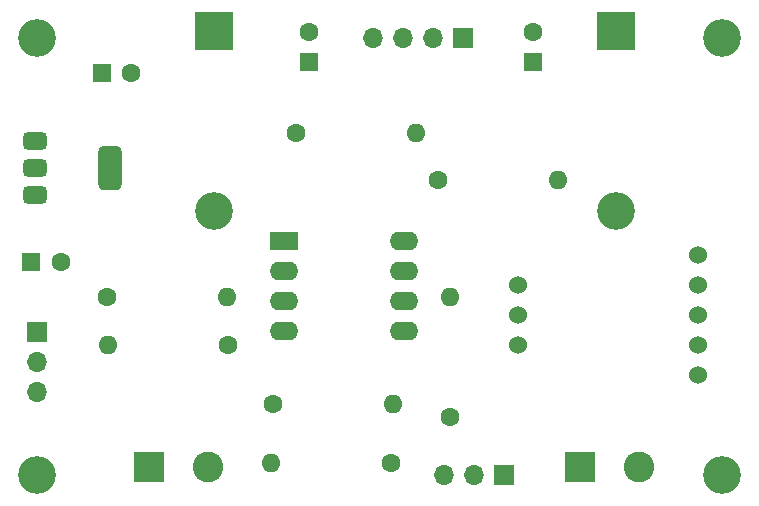
<source format=gbr>
%TF.GenerationSoftware,KiCad,Pcbnew,8.0.5*%
%TF.CreationDate,2024-10-02T01:02:07-03:00*%
%TF.ProjectId,monitor_solar_v2,6d6f6e69-746f-4725-9f73-6f6c61725f76,rev?*%
%TF.SameCoordinates,Original*%
%TF.FileFunction,Soldermask,Bot*%
%TF.FilePolarity,Negative*%
%FSLAX46Y46*%
G04 Gerber Fmt 4.6, Leading zero omitted, Abs format (unit mm)*
G04 Created by KiCad (PCBNEW 8.0.5) date 2024-10-02 01:02:07*
%MOMM*%
%LPD*%
G01*
G04 APERTURE LIST*
G04 Aperture macros list*
%AMRoundRect*
0 Rectangle with rounded corners*
0 $1 Rounding radius*
0 $2 $3 $4 $5 $6 $7 $8 $9 X,Y pos of 4 corners*
0 Add a 4 corners polygon primitive as box body*
4,1,4,$2,$3,$4,$5,$6,$7,$8,$9,$2,$3,0*
0 Add four circle primitives for the rounded corners*
1,1,$1+$1,$2,$3*
1,1,$1+$1,$4,$5*
1,1,$1+$1,$6,$7*
1,1,$1+$1,$8,$9*
0 Add four rect primitives between the rounded corners*
20,1,$1+$1,$2,$3,$4,$5,0*
20,1,$1+$1,$4,$5,$6,$7,0*
20,1,$1+$1,$6,$7,$8,$9,0*
20,1,$1+$1,$8,$9,$2,$3,0*%
G04 Aperture macros list end*
%ADD10R,2.400000X1.600000*%
%ADD11O,2.400000X1.600000*%
%ADD12R,1.600000X1.600000*%
%ADD13C,1.600000*%
%ADD14R,2.600000X2.600000*%
%ADD15C,2.600000*%
%ADD16C,3.200000*%
%ADD17O,1.600000X1.600000*%
%ADD18R,1.700000X1.700000*%
%ADD19O,1.700000X1.700000*%
%ADD20C,1.524000*%
%ADD21R,3.200000X3.200000*%
%ADD22O,3.200000X3.200000*%
%ADD23RoundRect,0.375000X-0.625000X-0.375000X0.625000X-0.375000X0.625000X0.375000X-0.625000X0.375000X0*%
%ADD24RoundRect,0.500000X-0.500000X-1.400000X0.500000X-1.400000X0.500000X1.400000X-0.500000X1.400000X0*%
G04 APERTURE END LIST*
D10*
%TO.C,U4*%
X44925000Y-41200000D03*
D11*
X44925000Y-43740000D03*
X44925000Y-46280000D03*
X44925000Y-48820000D03*
X55085000Y-48820000D03*
X55085000Y-46280000D03*
X55085000Y-43740000D03*
X55085000Y-41200000D03*
%TD*%
D12*
%TO.C,C4*%
X23500000Y-43000000D03*
D13*
X26000000Y-43000000D03*
%TD*%
D14*
%TO.C,J1*%
X33500000Y-60305000D03*
D15*
X38500000Y-60305000D03*
%TD*%
D16*
%TO.C,H2*%
X82000000Y-24000000D03*
%TD*%
D12*
%TO.C,C5*%
X29500000Y-27000000D03*
D13*
X32000000Y-27000000D03*
%TD*%
%TO.C,R3*%
X57920000Y-36000000D03*
D17*
X68080000Y-36000000D03*
%TD*%
D12*
%TO.C,C2*%
X47000000Y-26000000D03*
D13*
X47000000Y-23500000D03*
%TD*%
D16*
%TO.C,H4*%
X82000000Y-61000000D03*
%TD*%
%TO.C,H3*%
X24000000Y-61000000D03*
%TD*%
D18*
%TO.C,J2*%
X24000000Y-48920000D03*
D19*
X24000000Y-51460000D03*
X24000000Y-54000000D03*
%TD*%
D13*
%TO.C,R10*%
X44000000Y-55000000D03*
D17*
X54160000Y-55000000D03*
%TD*%
D18*
%TO.C,J4*%
X60080000Y-24000000D03*
D19*
X57540000Y-24000000D03*
X55000000Y-24000000D03*
X52460000Y-24000000D03*
%TD*%
D13*
%TO.C,R9*%
X59000000Y-56080000D03*
D17*
X59000000Y-45920000D03*
%TD*%
D13*
%TO.C,R2*%
X40160000Y-50000000D03*
D17*
X30000000Y-50000000D03*
%TD*%
D18*
%TO.C,J5*%
X63540000Y-61000000D03*
D19*
X61000000Y-61000000D03*
X58460000Y-61000000D03*
%TD*%
D13*
%TO.C,R1*%
X29920000Y-45950000D03*
D17*
X40080000Y-45950000D03*
%TD*%
D20*
%TO.C,U1*%
X80000000Y-47460000D03*
X80000000Y-44920000D03*
X64760000Y-44920000D03*
X80000000Y-42380000D03*
X64760000Y-47460000D03*
X64760000Y-50000000D03*
X80000000Y-50000000D03*
X80000000Y-52540000D03*
%TD*%
D13*
%TO.C,R11*%
X54000000Y-60000000D03*
D17*
X43840000Y-60000000D03*
%TD*%
D21*
%TO.C,D2*%
X39000000Y-23380000D03*
D22*
X39000000Y-38620000D03*
%TD*%
D12*
%TO.C,C1*%
X66000000Y-26000000D03*
D13*
X66000000Y-23500000D03*
%TD*%
D16*
%TO.C,H1*%
X24000000Y-24000000D03*
%TD*%
D13*
%TO.C,R4*%
X45920000Y-32000000D03*
D17*
X56080000Y-32000000D03*
%TD*%
D14*
%TO.C,J3*%
X70000000Y-60305000D03*
D15*
X75000000Y-60305000D03*
%TD*%
D21*
%TO.C,D1*%
X73000000Y-23380000D03*
D22*
X73000000Y-38620000D03*
%TD*%
D23*
%TO.C,U2*%
X23850000Y-37300000D03*
X23850000Y-35000000D03*
D24*
X30150000Y-35000000D03*
D23*
X23850000Y-32700000D03*
%TD*%
M02*

</source>
